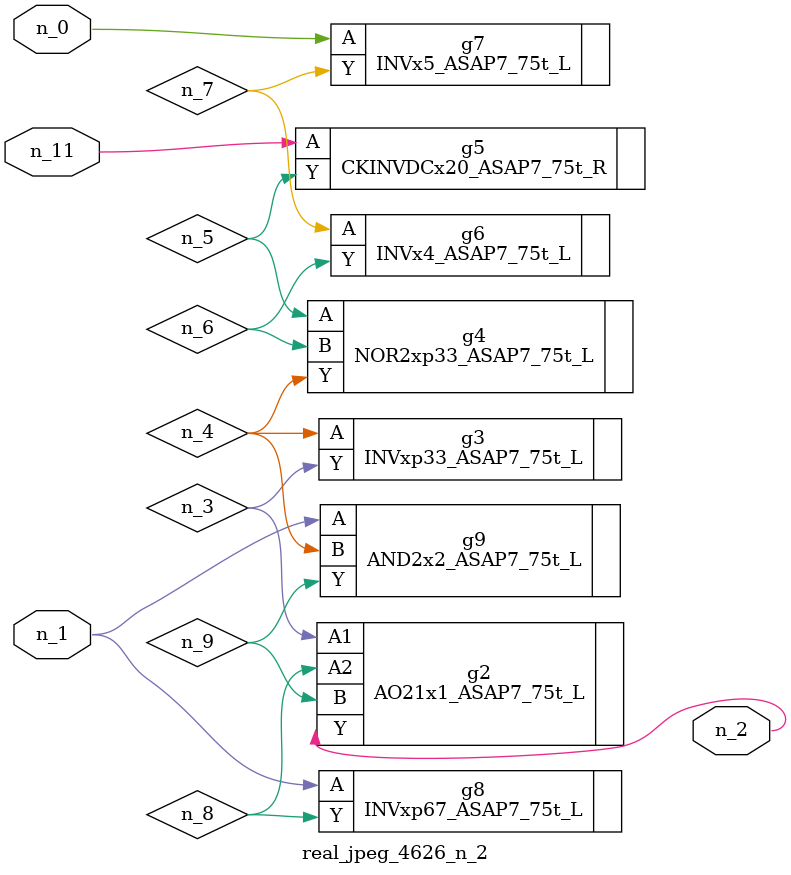
<source format=v>
module real_jpeg_4626_n_2 (n_1, n_11, n_0, n_2);

input n_1;
input n_11;
input n_0;

output n_2;

wire n_5;
wire n_8;
wire n_4;
wire n_6;
wire n_7;
wire n_3;
wire n_9;

INVx5_ASAP7_75t_L g7 ( 
.A(n_0),
.Y(n_7)
);

INVxp67_ASAP7_75t_L g8 ( 
.A(n_1),
.Y(n_8)
);

AND2x2_ASAP7_75t_L g9 ( 
.A(n_1),
.B(n_4),
.Y(n_9)
);

AO21x1_ASAP7_75t_L g2 ( 
.A1(n_3),
.A2(n_8),
.B(n_9),
.Y(n_2)
);

INVxp33_ASAP7_75t_L g3 ( 
.A(n_4),
.Y(n_3)
);

NOR2xp33_ASAP7_75t_L g4 ( 
.A(n_5),
.B(n_6),
.Y(n_4)
);

INVx4_ASAP7_75t_L g6 ( 
.A(n_7),
.Y(n_6)
);

CKINVDCx20_ASAP7_75t_R g5 ( 
.A(n_11),
.Y(n_5)
);


endmodule
</source>
